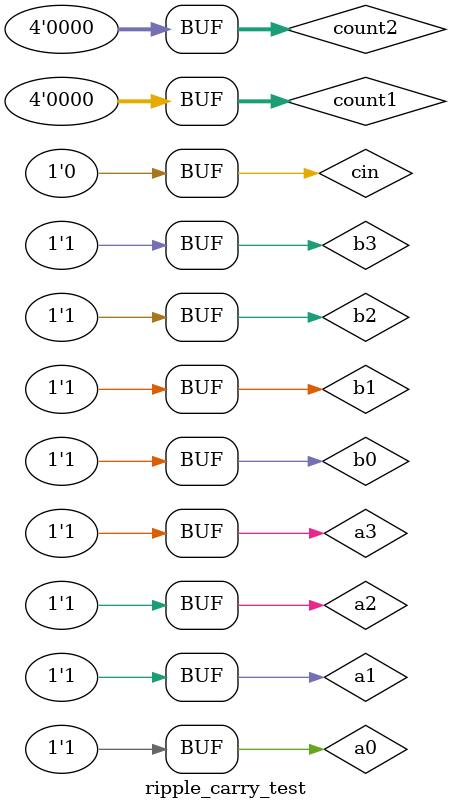
<source format=v>
module ripple_carry_test;
reg a0,a1,a2,a3,b0,b1,b2,b3,cin;
wire s, s1, s2, s3, cout;
ripple_carry gate1(a0,a1,a2,a3,b0,b1,b2,b3,cin,s,s1,s2,s3,cout);
	reg [3:0] count1;
	reg [3:0] count2;
	initial
	for(count1 =0;count1<16;count1=count1+1)begin
		for(count2 =0;count2<16;count2=count2+1)begin
			{b0,b1,b2,b3}=count1;
			{a0,a1,a2,a3}=count2;
			cin=0;
			#10;
		end
	end
endmodule 
</source>
